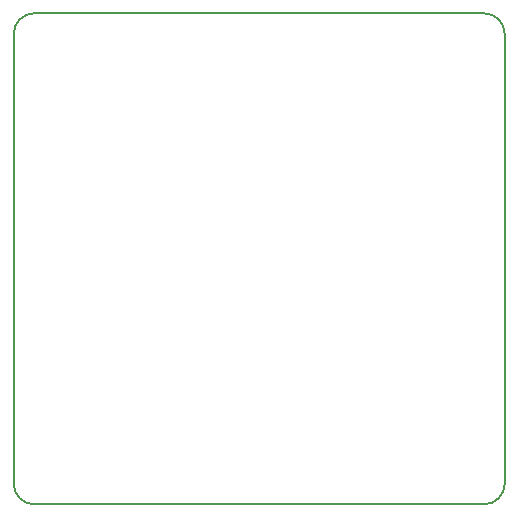
<source format=gbr>
%TF.GenerationSoftware,KiCad,Pcbnew,6.0.11-2627ca5db0~126~ubuntu22.04.1*%
%TF.CreationDate,2025-02-25T14:04:31+01:00*%
%TF.ProjectId,MidiBreakOut,4d696469-4272-4656-916b-4f75742e6b69,rev?*%
%TF.SameCoordinates,Original*%
%TF.FileFunction,Profile,NP*%
%FSLAX46Y46*%
G04 Gerber Fmt 4.6, Leading zero omitted, Abs format (unit mm)*
G04 Created by KiCad (PCBNEW 6.0.11-2627ca5db0~126~ubuntu22.04.1) date 2025-02-25 14:04:31*
%MOMM*%
%LPD*%
G01*
G04 APERTURE LIST*
%TA.AperFunction,Profile*%
%ADD10C,0.200000*%
%TD*%
G04 APERTURE END LIST*
D10*
X119000000Y-120800000D02*
G75*
G03*
X120800000Y-119000000I0J1800000D01*
G01*
X120800000Y-119000000D02*
X120800000Y-81000000D01*
X81000000Y-120800000D02*
X119000000Y-120800000D01*
X81000000Y-79200000D02*
G75*
G03*
X79200000Y-81000000I0J-1800000D01*
G01*
X79200000Y-81000000D02*
X79200000Y-119000000D01*
X79200000Y-119000000D02*
G75*
G03*
X81000000Y-120800000I1800000J0D01*
G01*
X120800000Y-81000000D02*
G75*
G03*
X119000000Y-79200000I-1800000J0D01*
G01*
X119000000Y-79200000D02*
X81000000Y-79200000D01*
M02*

</source>
